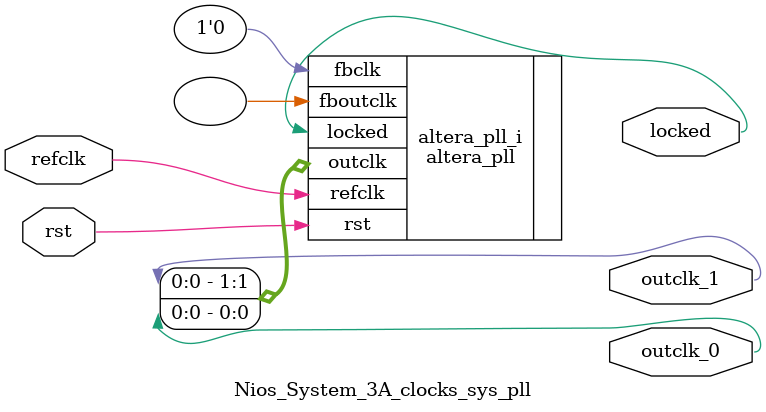
<source format=v>
`timescale 1ns/10ps
module  Nios_System_3A_clocks_sys_pll(

	// interface 'refclk'
	input wire refclk,

	// interface 'reset'
	input wire rst,

	// interface 'outclk0'
	output wire outclk_0,

	// interface 'outclk1'
	output wire outclk_1,

	// interface 'locked'
	output wire locked
);

	altera_pll #(
		.fractional_vco_multiplier("false"),
		.reference_clock_frequency("50.0 MHz"),
		.operation_mode("direct"),
		.number_of_clocks(2),
		.output_clock_frequency0("50.000000 MHz"),
		.phase_shift0("0 ps"),
		.duty_cycle0(50),
		.output_clock_frequency1("50.000000 MHz"),
		.phase_shift1("-3000 ps"),
		.duty_cycle1(50),
		.output_clock_frequency2("0 MHz"),
		.phase_shift2("0 ps"),
		.duty_cycle2(50),
		.output_clock_frequency3("0 MHz"),
		.phase_shift3("0 ps"),
		.duty_cycle3(50),
		.output_clock_frequency4("0 MHz"),
		.phase_shift4("0 ps"),
		.duty_cycle4(50),
		.output_clock_frequency5("0 MHz"),
		.phase_shift5("0 ps"),
		.duty_cycle5(50),
		.output_clock_frequency6("0 MHz"),
		.phase_shift6("0 ps"),
		.duty_cycle6(50),
		.output_clock_frequency7("0 MHz"),
		.phase_shift7("0 ps"),
		.duty_cycle7(50),
		.output_clock_frequency8("0 MHz"),
		.phase_shift8("0 ps"),
		.duty_cycle8(50),
		.output_clock_frequency9("0 MHz"),
		.phase_shift9("0 ps"),
		.duty_cycle9(50),
		.output_clock_frequency10("0 MHz"),
		.phase_shift10("0 ps"),
		.duty_cycle10(50),
		.output_clock_frequency11("0 MHz"),
		.phase_shift11("0 ps"),
		.duty_cycle11(50),
		.output_clock_frequency12("0 MHz"),
		.phase_shift12("0 ps"),
		.duty_cycle12(50),
		.output_clock_frequency13("0 MHz"),
		.phase_shift13("0 ps"),
		.duty_cycle13(50),
		.output_clock_frequency14("0 MHz"),
		.phase_shift14("0 ps"),
		.duty_cycle14(50),
		.output_clock_frequency15("0 MHz"),
		.phase_shift15("0 ps"),
		.duty_cycle15(50),
		.output_clock_frequency16("0 MHz"),
		.phase_shift16("0 ps"),
		.duty_cycle16(50),
		.output_clock_frequency17("0 MHz"),
		.phase_shift17("0 ps"),
		.duty_cycle17(50),
		.pll_type("General"),
		.pll_subtype("General")
	) altera_pll_i (
		.rst	(rst),
		.outclk	({outclk_1, outclk_0}),
		.locked	(locked),
		.fboutclk	( ),
		.fbclk	(1'b0),
		.refclk	(refclk)
	);
endmodule


</source>
